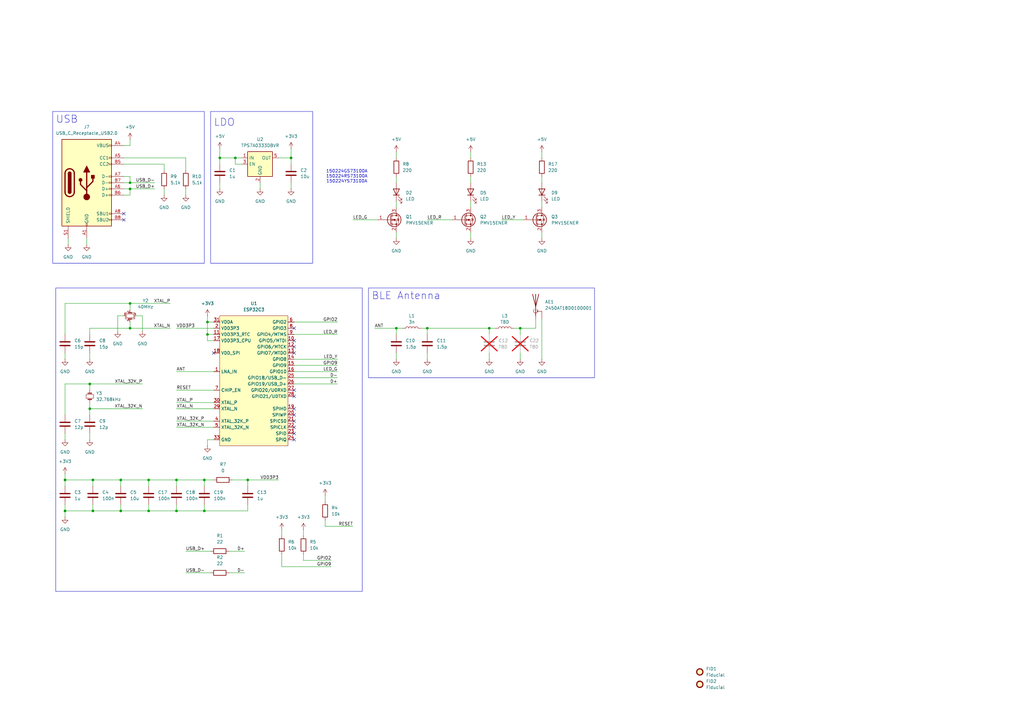
<source format=kicad_sch>
(kicad_sch (version 20250114) (generator "eeschema") (generator_version "9.0")
  (paper "A3")
  (lib_symbols
    (symbol "Connector:USB_C_Receptacle_USB2.0" (pin_names (offset 1.016))
      (property "Reference" "J" (at -10.16 19.05 0))
      (property "Value" "USB_C_Receptacle_USB2.0" (at 19.05 19.05 0))
      (symbol "USB_C_Receptacle_USB2.0_0_0"
        (rectangle (start -0.254 -17.78) (end 0.254 -16.764))
        (rectangle (start 10.16 15.494) (end 9.144 14.986))
        (rectangle (start 10.16 10.414) (end 9.144 9.906))
        (rectangle (start 10.16 7.874) (end 9.144 7.366))
        (rectangle (start 10.16 2.794) (end 9.144 2.286))
        (rectangle (start 10.16 0.254) (end 9.144 -0.254))
        (rectangle (start 10.16 -2.286) (end 9.144 -2.794))
        (rectangle (start 10.16 -4.826) (end 9.144 -5.334))
        (rectangle (start 10.16 -12.446) (end 9.144 -12.954))
        (rectangle (start 10.16 -14.986) (end 9.144 -15.494))
      )
      (symbol "USB_C_Receptacle_USB2.0_0_1"
        (rectangle (start -10.16 17.78) (end 10.16 -17.78) (stroke (width 0.254)) (fill (type background)))
        (polyline (pts (xy -8.89 -3.81) (xy -8.89 3.81)) (stroke (width 0.508)))
        (rectangle (start -7.62 -3.81) (end -6.35 3.81) (stroke (width 0.254)) (fill (type outline)))
        (arc (start -7.62 3.81) (mid -6.985 4.4423) (end -6.35 3.81) (stroke (width 0.254)))
        (arc (start -7.62 3.81) (mid -6.985 4.4423) (end -6.35 3.81) (stroke (width 0.254)) (fill (type outline)))
        (arc (start -8.89 3.81) (mid -6.985 5.7067) (end -5.08 3.81) (stroke (width 0.508)))
        (arc (start -5.08 -3.81) (mid -6.985 -5.7067) (end -8.89 -3.81) (stroke (width 0.508)))
        (arc (start -6.35 -3.81) (mid -6.985 -4.4423) (end -7.62 -3.81) (stroke (width 0.254)))
        (arc (start -6.35 -3.81) (mid -6.985 -4.4423) (end -7.62 -3.81) (stroke (width 0.254)) (fill (type outline)))
        (polyline (pts (xy -5.08 3.81) (xy -5.08 -3.81)) (stroke (width 0.508)))
        (circle (center -2.54 1.143) (radius 0.635) (stroke (width 0.254)) (fill (type outline)))
        (polyline (pts (xy -1.27 4.318) (xy 0 6.858) (xy 1.27 4.318) (xy -1.27 4.318)) (stroke (width 0.254)) (fill (type outline)))
        (polyline (pts (xy 0 -2.032) (xy 2.54 0.508) (xy 2.54 1.778)) (stroke (width 0.508)))
        (polyline (pts (xy 0 -3.302) (xy -2.54 -0.762) (xy -2.54 0.508)) (stroke (width 0.508)))
        (polyline (pts (xy 0 -5.842) (xy 0 4.318)) (stroke (width 0.508)))
        (circle (center 0 -5.842) (radius 1.27) (fill (type outline)))
        (rectangle (start 1.905 1.778) (end 3.175 3.048) (stroke (width 0.254)) (fill (type outline)))
      )
      (symbol "USB_C_Receptacle_USB2.0_1_1"
        (pin passive line (at -7.62 -22.86 90) (length 5.08) (name "SHIELD") (number "S1"))
        (pin passive line (at 0 -22.86 90) (length 5.08) (name "GND") (number "A1"))
        (pin passive line (at 0 -22.86 90) (length 5.08) (hide yes) (name "GND") (number "A12"))
        (pin passive line (at 0 -22.86 90) (length 5.08) (hide yes) (name "GND") (number "B1"))
        (pin passive line (at 0 -22.86 90) (length 5.08) (hide yes) (name "GND") (number "B12"))
        (pin passive line (at 15.24 15.24 180) (length 5.08) (name "VBUS") (number "A4"))
        (pin passive line (at 15.24 15.24 180) (length 5.08) (hide yes) (name "VBUS") (number "A9"))
        (pin passive line (at 15.24 15.24 180) (length 5.08) (hide yes) (name "VBUS") (number "B4"))
        (pin passive line (at 15.24 15.24 180) (length 5.08) (hide yes) (name "VBUS") (number "B9"))
        (pin bidirectional line (at 15.24 10.16 180) (length 5.08) (name "CC1") (number "A5"))
        (pin bidirectional line (at 15.24 7.62 180) (length 5.08) (name "CC2") (number "B5"))
        (pin bidirectional line (at 15.24 2.54 180) (length 5.08) (name "D-") (number "A7"))
        (pin bidirectional line (at 15.24 0 180) (length 5.08) (name "D-") (number "B7"))
        (pin bidirectional line (at 15.24 -2.54 180) (length 5.08) (name "D+") (number "A6"))
        (pin bidirectional line (at 15.24 -5.08 180) (length 5.08) (name "D+") (number "B6"))
        (pin bidirectional line (at 15.24 -12.7 180) (length 5.08) (name "SBU1") (number "A8"))
        (pin bidirectional line (at 15.24 -15.24 180) (length 5.08) (name "SBU2") (number "B8"))
      )
    )
    (symbol "Device:Antenna_Shield" (pin_numbers (hide yes)) (pin_names (offset 1.016) (hide yes))
      (property "Reference" "AE" (at -1.905 4.445 0))
      (property "Value" "Antenna_Shield" (at -1.905 2.54 0))
      (symbol "Antenna_Shield_0_1"
        (arc (start 0 -2.667) (mid -0.8485 -2.1032) (end -0.508 -1.143))
        (polyline (pts (xy 0 5.08) (xy 0 -3.81)) (stroke (width 0.254)))
        (polyline (pts (xy 0 -2.54) (xy 0 0)))
        (arc (start 0.508 -1.143) (mid 0.8046 -2.0885) (end 0 -2.667))
        (polyline (pts (xy 0.762 -1.905) (xy 2.54 -1.905)))
        (circle (center 0.762 -1.905) (radius 0.1778) (fill (type outline)))
        (polyline (pts (xy 1.27 5.08) (xy 0 0) (xy -1.27 5.08)) (stroke (width 0.254)))
        (polyline (pts (xy 2.54 -2.54) (xy 2.54 -1.905)))
      )
      (symbol "Antenna_Shield_1_1"
        (pin input line (at 0 -5.08 90) (length 2.54) (name "A") (number "1"))
        (pin input line (at 2.54 -5.08 90) (length 2.54) (name "Shield") (number "2"))
      )
    )
    (symbol "Device:C" (pin_numbers (hide yes)) (pin_names (offset 0.254))
      (property "Reference" "C" (at 0.635 2.54 0))
      (property "Value" "C" (at 0.635 -2.54 0))
      (symbol "C_0_1"
        (polyline (pts (xy -2.032 0.762) (xy 2.032 0.762)) (stroke (width 0.508)))
        (polyline (pts (xy -2.032 -0.762) (xy 2.032 -0.762)) (stroke (width 0.508)))
      )
      (symbol "C_1_1"
        (pin passive line (at 0 3.81 270) (length 2.794) (name "~") (number "1"))
        (pin passive line (at 0 -3.81 90) (length 2.794) (name "~") (number "2"))
      )
    )
    (symbol "Device:Crystal_GND24_Small" (pin_names (offset 1.016) (hide yes))
      (property "Reference" "Y" (at 1.27 4.445 0))
      (property "Value" "Crystal_GND24_Small" (at 1.27 2.54 0))
      (symbol "Crystal_GND24_Small_0_1"
        (polyline (pts (xy -1.27 1.27) (xy -1.27 1.905) (xy 1.27 1.905) (xy 1.27 1.27)))
        (polyline (pts (xy -1.27 -0.762) (xy -1.27 0.762)) (stroke (width 0.381)))
        (polyline (pts (xy -1.27 -1.27) (xy -1.27 -1.905) (xy 1.27 -1.905) (xy 1.27 -1.27)))
        (rectangle (start -0.762 -1.524) (end 0.762 1.524))
        (polyline (pts (xy 1.27 -0.762) (xy 1.27 0.762)) (stroke (width 0.381)))
      )
      (symbol "Crystal_GND24_Small_1_1"
        (pin passive line (at -2.54 0 0) (length 1.27) (name "1") (number "1"))
        (pin passive line (at 0 2.54 270) (length 0.635) (name "4") (number "4"))
        (pin passive line (at 0 -2.54 90) (length 0.635) (name "2") (number "2"))
        (pin passive line (at 2.54 0 180) (length 1.27) (name "3") (number "3"))
      )
    )
    (symbol "Device:Crystal_Small" (pin_numbers (hide yes)) (pin_names (offset 1.016) (hide yes))
      (property "Reference" "Y" (at 0 2.54 0))
      (property "Value" "Crystal_Small" (at 0 -2.54 0))
      (symbol "Crystal_Small_0_1"
        (polyline (pts (xy -1.27 -0.762) (xy -1.27 0.762)) (stroke (width 0.381)))
        (rectangle (start -0.762 -1.524) (end 0.762 1.524))
        (polyline (pts (xy 1.27 -0.762) (xy 1.27 0.762)) (stroke (width 0.381)))
      )
      (symbol "Crystal_Small_1_1"
        (pin passive line (at -2.54 0 0) (length 1.27) (name "1") (number "1"))
        (pin passive line (at 2.54 0 180) (length 1.27) (name "2") (number "2"))
      )
    )
    (symbol "Device:L" (pin_numbers (hide yes)) (pin_names (offset 1.016) (hide yes))
      (property "Reference" "L" (at -1.27 0 90))
      (property "Value" "L" (at 1.905 0 90))
      (symbol "L_0_1"
        (arc (start 0 2.54) (mid 0.6323 1.905) (end 0 1.27))
        (arc (start 0 1.27) (mid 0.6323 0.635) (end 0 0))
        (arc (start 0 0) (mid 0.6323 -0.635) (end 0 -1.27))
        (arc (start 0 -1.27) (mid 0.6323 -1.905) (end 0 -2.54))
      )
      (symbol "L_1_1"
        (pin passive line (at 0 3.81 270) (length 1.27) (name "1") (number "1"))
        (pin passive line (at 0 -3.81 90) (length 1.27) (name "2") (number "2"))
      )
    )
    (symbol "Device:LED" (pin_numbers (hide yes)) (pin_names (offset 1.016) (hide yes))
      (property "Reference" "D" (at 0 2.54 0))
      (property "Value" "LED" (at 0 -2.54 0))
      (symbol "LED_0_1"
        (polyline (pts (xy -3.048 -0.762) (xy -4.572 -2.286) (xy -3.81 -2.286) (xy -4.572 -2.286) (xy -4.572 -1.524)))
        (polyline (pts (xy -1.778 -0.762) (xy -3.302 -2.286) (xy -2.54 -2.286) (xy -3.302 -2.286) (xy -3.302 -1.524)))
        (polyline (pts (xy -1.27 0) (xy 1.27 0)))
        (polyline (pts (xy -1.27 -1.27) (xy -1.27 1.27)) (stroke (width 0.254)))
        (polyline (pts (xy 1.27 -1.27) (xy 1.27 1.27) (xy -1.27 0) (xy 1.27 -1.27)) (stroke (width 0.254)))
      )
      (symbol "LED_1_1"
        (pin passive line (at -3.81 0 0) (length 2.54) (name "K") (number "1"))
        (pin passive line (at 3.81 0 180) (length 2.54) (name "A") (number "2"))
      )
    )
    (symbol "Device:R" (pin_numbers (hide yes)) (pin_names (offset 0))
      (property "Reference" "R" (at 2.032 0 90))
      (property "Value" "R" (at 0 0 90))
      (symbol "R_0_1"
        (rectangle (start -1.016 -2.54) (end 1.016 2.54) (stroke (width 0.254)))
      )
      (symbol "R_1_1"
        (pin passive line (at 0 3.81 270) (length 1.27) (name "~") (number "1"))
        (pin passive line (at 0 -3.81 90) (length 1.27) (name "~") (number "2"))
      )
    )
    (symbol "Mechanical:Fiducial" (in_bom no)
      (property "Reference" "FID" (at 0 5.08 0))
      (property "Value" "Fiducial" (at 0 3.175 0))
      (symbol "Fiducial_0_1"
        (circle (center 0 0) (radius 1.27) (stroke (width 0.508)) (fill (type background)))
      )
    )
    (symbol "Regulator_Linear:TPS7A0508PDBV"
      (property "Reference" "U" (at -3.81 6.35 0))
      (property "Value" "TPS7A0508PDBV" (at 6.35 6.35 0))
      (symbol "TPS7A0508PDBV_0_1"
        (rectangle (start -5.08 -5.08) (end 5.08 5.08) (stroke (width 0.254)) (fill (type background)))
        (pin power_in line (at -7.62 2.54 0) (length 2.54) (name "IN") (number "1"))
        (pin input line (at -7.62 0 0) (length 2.54) (name "EN") (number "3"))
        (pin power_in line (at 0 -7.62 90) (length 2.54) (name "GND") (number "2"))
        (pin no_connect line (at 5.08 0 180) (length 2.54) (hide yes) (name "NC") (number "4"))
        (pin power_out line (at 7.62 2.54 180) (length 2.54) (name "OUT") (number "5"))
      )
    )
    (symbol "Transistor_FET:BSS138" (pin_names (hide yes))
      (property "Reference" "Q" (at 5.08 1.905 0))
      (property "Value" "BSS138" (at 5.08 0 0))
      (symbol "BSS138_0_1"
        (polyline (pts (xy 0.254 1.905) (xy 0.254 -1.905)) (stroke (width 0.254)))
        (polyline (pts (xy 0.254 0) (xy -2.54 0)))
        (polyline (pts (xy 0.762 2.286) (xy 0.762 1.27)) (stroke (width 0.254)))
        (polyline (pts (xy 0.762 0.508) (xy 0.762 -0.508)) (stroke (width 0.254)))
        (polyline (pts (xy 0.762 -1.27) (xy 0.762 -2.286)) (stroke (width 0.254)))
        (polyline (pts (xy 0.762 -1.778) (xy 3.302 -1.778) (xy 3.302 1.778) (xy 0.762 1.778)))
        (polyline (pts (xy 1.016 0) (xy 2.032 0.381) (xy 2.032 -0.381) (xy 1.016 0)) (fill (type outline)))
        (circle (center 1.651 0) (radius 2.794) (stroke (width 0.254)))
        (polyline (pts (xy 2.54 2.54) (xy 2.54 1.778)))
        (circle (center 2.54 1.778) (radius 0.254) (fill (type outline)))
        (circle (center 2.54 -1.778) (radius 0.254) (fill (type outline)))
        (polyline (pts (xy 2.54 -2.54) (xy 2.54 0) (xy 0.762 0)))
        (polyline (pts (xy 2.794 0.508) (xy 2.921 0.381) (xy 3.683 0.381) (xy 3.81 0.254)))
        (polyline (pts (xy 3.302 0.381) (xy 2.921 -0.254) (xy 3.683 -0.254) (xy 3.302 0.381)))
      )
      (symbol "BSS138_1_1"
        (pin input line (at -5.08 0 0) (length 2.54) (name "G") (number "1"))
        (pin passive line (at 2.54 5.08 270) (length 2.54) (name "D") (number "3"))
        (pin passive line (at 2.54 -5.08 90) (length 2.54) (name "S") (number "2"))
      )
    )
    (symbol "balto:ESP32C3"
      (property "Reference" "U" (at 0 27.94 0))
      (property "Value" "ESP32C3" (at 0 -27.94 0))
      (symbol "ESP32C3_0_0"
        (pin power_in line (at -16.51 24.13 0) (length 2.54) (name "VDDA") (number "31"))
        (pin power_in line (at -16.51 21.59 0) (length 2.54) (name "VDD3P3") (number "2"))
        (pin power_in line (at -16.51 19.05 0) (length 2.54) (name "VDD3P3_RTC") (number "11"))
        (pin power_in line (at -16.51 16.51 0) (length 2.54) (name "VDD3P3_CPU") (number "17"))
        (pin power_in line (at -16.51 11.43 0) (length 2.54) (name "VDD_SPI") (number "18"))
        (pin passive line (at -16.51 3.81 0) (length 2.54) (name "LNA_IN") (number "1"))
        (pin input line (at -16.51 -3.81 0) (length 2.54) (name "CHIP_EN") (number "7"))
        (pin passive line (at -16.51 -8.89 0) (length 2.54) (name "XTAL_P") (number "30"))
        (pin passive line (at -16.51 -11.43 0) (length 2.54) (name "XTAL_N") (number "29"))
        (pin passive line (at -16.51 -16.51 0) (length 2.54) (name "XTAL_32K_P") (number "4"))
        (pin passive line (at -16.51 -19.05 0) (length 2.54) (name "XTAL_32K_N") (number "5"))
        (pin bidirectional line (at 16.51 24.13 180) (length 2.54) (name "GPIO2") (number "6"))
        (pin bidirectional line (at 16.51 21.59 180) (length 2.54) (name "GPIO3") (number "8"))
        (pin bidirectional line (at 16.51 8.89 180) (length 2.54) (name "GPIO8") (number "14"))
        (pin bidirectional line (at 16.51 6.35 180) (length 2.54) (name "GPIO9") (number "15"))
        (pin bidirectional line (at 16.51 3.81 180) (length 2.54) (name "GPIO10") (number "16"))
        (pin bidirectional line (at 16.51 -11.43 180) (length 2.54) (name "SPIHD") (number "19"))
        (pin bidirectional line (at 16.51 -13.97 180) (length 2.54) (name "SPIWP") (number "20"))
        (pin bidirectional line (at 16.51 -16.51 180) (length 2.54) (name "SPICS0") (number "21"))
        (pin bidirectional line (at 16.51 -19.05 180) (length 2.54) (name "SPICLK") (number "22"))
        (pin bidirectional line (at 16.51 -21.59 180) (length 2.54) (name "SPID") (number "23"))
        (pin bidirectional line (at 16.51 -24.13 180) (length 2.54) (name "SPIQ") (number "24"))
      )
      (symbol "ESP32C3_1_0"
        (pin power_in line (at -16.51 24.13 0) (length 2.54) (hide yes) (name "VDDA") (number "32"))
        (pin power_in line (at -16.51 21.59 0) (length 2.54) (hide yes) (name "VDD3P3") (number "3"))
        (pin power_in line (at -16.51 -24.13 0) (length 2.54) (name "GND") (number "33"))
        (pin bidirectional line (at 16.51 19.05 180) (length 2.54) (name "GPIO4/MTMS") (number "9"))
        (pin bidirectional line (at 16.51 16.51 180) (length 2.54) (name "GPIO5/MTDI") (number "10"))
        (pin bidirectional line (at 16.51 13.97 180) (length 2.54) (name "GPIO6/MTCK") (number "12"))
        (pin bidirectional line (at 16.51 11.43 180) (length 2.54) (name "GPIO7/MTDO") (number "13"))
        (pin bidirectional line (at 16.51 1.27 180) (length 2.54) (name "GPIO18/USB_D-") (number "25"))
        (pin bidirectional line (at 16.51 -1.27 180) (length 2.54) (name "GPIO19/USB_D+") (number "26"))
        (pin bidirectional line (at 16.51 -3.81 180) (length 2.54) (name "GPIO20/U0RXD") (number "27"))
        (pin bidirectional line (at 16.51 -6.35 180) (length 2.54) (name "GPIO21/U0TXD") (number "28"))
      )
      (symbol "ESP32C3_1_1"
        (rectangle (start -13.97 26.67) (end 13.97 -26.67) (fill (type background)))
      )
    )
    (symbol "power:+3V3" (power) (pin_numbers (hide yes)) (pin_names (offset 0) (hide yes))
      (property "Value" "+3V3" (at 0 3.556 0))
      (symbol "+3V3_0_1"
        (polyline (pts (xy -0.762 1.27) (xy 0 2.54)))
        (polyline (pts (xy 0 2.54) (xy 0.762 1.27)))
        (polyline (pts (xy 0 0) (xy 0 2.54)))
      )
      (symbol "+3V3_1_1"
        (pin power_in line (at 0 0 90) (length 0) (name "~") (number "1"))
      )
    )
    (symbol "power:+5V" (power) (pin_numbers (hide yes)) (pin_names (offset 0) (hide yes))
      (property "Value" "+5V" (at 0 3.556 0))
      (symbol "+5V_0_1"
        (polyline (pts (xy -0.762 1.27) (xy 0 2.54)))
        (polyline (pts (xy 0 2.54) (xy 0.762 1.27)))
        (polyline (pts (xy 0 0) (xy 0 2.54)))
      )
      (symbol "+5V_1_1"
        (pin power_in line (at 0 0 90) (length 0) (name "~") (number "1"))
      )
    )
    (symbol "power:GND" (power) (pin_numbers (hide yes)) (pin_names (offset 0) (hide yes))
      (property "Value" "GND" (at 0 -3.81 0))
      (symbol "GND_0_1"
        (polyline (pts (xy 0 0) (xy 0 -1.27) (xy 1.27 -1.27) (xy 0 -2.54) (xy -1.27 -1.27) (xy 0 -1.27)))
      )
      (symbol "GND_1_1"
        (pin power_in line (at 0 0 270) (length 0) (name "~") (number "1"))
      )
    )
  )
  (rectangle (start 151.13 118.11) (end 243.84 154.94))
  (rectangle (start 21.59 45.72) (end 83.82 107.95))
  (rectangle (start 22.86 118.11) (end 148.59 242.57))
  (rectangle (start 86.36 45.72) (end 128.27 107.95))
  (text "USB" (at 22.86 50.8 0) (effects (font (size 3 3)) (justify left bottom)))
  (text "150224GS73100A\n150224RS73100A\n150224YS73100A" (at 142.24 72.39 0) (effects (font (size 1.27 1.27))))
  (text "BLE Antenna" (at 152.4 123.19 0) (effects (font (size 3 3)) (justify left bottom)))
  (text "LDO" (at 87.63 52.07 0) (effects (font (size 3 3)) (justify left bottom)))
  (junction (at 162.56 134.62))
  (junction (at 175.26 134.62))
  (junction (at 60.96 209.55))
  (junction (at 38.1 209.55))
  (junction (at 26.67 196.85))
  (junction (at 90.17 64.77))
  (junction (at 200.66 134.62))
  (junction (at 53.34 74.93))
  (junction (at 26.67 209.55))
  (junction (at 53.34 77.47))
  (junction (at 85.09 137.16))
  (junction (at 85.09 132.08))
  (junction (at 72.39 196.85))
  (junction (at 49.53 196.85))
  (junction (at 60.96 196.85))
  (junction (at 72.39 209.55))
  (junction (at 96.52 64.77))
  (junction (at 49.53 209.55))
  (junction (at 36.83 167.64))
  (junction (at 213.36 134.62))
  (junction (at 83.82 196.85))
  (junction (at 119.38 64.77))
  (junction (at 53.34 134.62))
  (junction (at 101.6 196.85))
  (junction (at 83.82 209.55))
  (junction (at 38.1 196.85))
  (junction (at 53.34 124.46))
  (junction (at 36.83 157.48))
  (no_connect (at 120.65 175.26))
  (no_connect (at 120.65 172.72))
  (no_connect (at 87.63 144.78))
  (no_connect (at 120.65 167.64))
  (no_connect (at 120.65 139.7))
  (no_connect (at 50.8 90.17))
  (no_connect (at 120.65 162.56))
  (no_connect (at 120.65 142.24))
  (no_connect (at 120.65 177.8))
  (no_connect (at 120.65 180.34))
  (no_connect (at 120.65 170.18))
  (no_connect (at 120.65 144.78))
  (no_connect (at 50.8 87.63))
  (no_connect (at 120.65 134.62))
  (no_connect (at 120.65 160.02))
  (wire (pts (xy 26.67 157.48) (xy 26.67 170.18)))
  (wire (pts (xy 115.57 217.17) (xy 115.57 219.71)))
  (wire (pts (xy 193.04 82.55) (xy 193.04 85.09)))
  (wire (pts (xy 50.8 80.01) (xy 53.34 80.01)))
  (wire (pts (xy 162.56 95.25) (xy 162.56 97.79)))
  (wire (pts (xy 72.39 207.01) (xy 72.39 209.55)))
  (wire (pts (xy 99.06 67.31) (xy 96.52 67.31)))
  (wire (pts (xy 87.63 137.16) (xy 85.09 137.16)))
  (wire (pts (xy 72.39 172.72) (xy 87.63 172.72)))
  (wire (pts (xy 76.2 226.06) (xy 86.36 226.06)))
  (wire (pts (xy 133.35 203.2) (xy 133.35 205.74)))
  (wire (pts (xy 106.68 74.93) (xy 106.68 77.47)))
  (wire (pts (xy 120.65 152.4) (xy 138.43 152.4)))
  (wire (pts (xy 72.39 160.02) (xy 87.63 160.02)))
  (wire (pts (xy 72.39 134.62) (xy 87.63 134.62)))
  (wire (pts (xy 38.1 196.85) (xy 26.67 196.85)))
  (wire (pts (xy 133.35 215.9) (xy 144.78 215.9)))
  (wire (pts (xy 26.67 194.31) (xy 26.67 196.85)))
  (wire (pts (xy 53.34 124.46) (xy 26.67 124.46)))
  (wire (pts (xy 85.09 139.7) (xy 87.63 139.7)))
  (wire (pts (xy 49.53 196.85) (xy 38.1 196.85)))
  (wire (pts (xy 124.46 229.87) (xy 135.89 229.87)))
  (wire (pts (xy 72.39 175.26) (xy 87.63 175.26)))
  (wire (pts (xy 213.36 134.62) (xy 213.36 137.16)))
  (wire (pts (xy 210.82 134.62) (xy 213.36 134.62)))
  (wire (pts (xy 38.1 209.55) (xy 26.67 209.55)))
  (wire (pts (xy 53.34 134.62) (xy 69.85 134.62)))
  (wire (pts (xy 93.98 226.06) (xy 100.33 226.06)))
  (wire (pts (xy 222.25 95.25) (xy 222.25 97.79)))
  (wire (pts (xy 120.65 157.48) (xy 138.43 157.48)))
  (wire (pts (xy 72.39 152.4) (xy 87.63 152.4)))
  (wire (pts (xy 124.46 227.33) (xy 124.46 229.87)))
  (wire (pts (xy 101.6 196.85) (xy 101.6 199.39)))
  (wire (pts (xy 193.04 95.25) (xy 193.04 97.79)))
  (wire (pts (xy 162.56 134.62) (xy 165.1 134.62)))
  (wire (pts (xy 72.39 209.55) (xy 83.82 209.55)))
  (wire (pts (xy 60.96 209.55) (xy 72.39 209.55)))
  (wire (pts (xy 95.25 196.85) (xy 101.6 196.85)))
  (wire (pts (xy 219.71 130.81) (xy 219.71 134.62)))
  (wire (pts (xy 83.82 196.85) (xy 87.63 196.85)))
  (wire (pts (xy 119.38 64.77) (xy 119.38 67.31)))
  (wire (pts (xy 144.78 90.17) (xy 154.94 90.17)))
  (wire (pts (xy 153.67 134.62) (xy 162.56 134.62)))
  (wire (pts (xy 53.34 74.93) (xy 63.5 74.93)))
  (wire (pts (xy 50.8 129.54) (xy 48.26 129.54)))
  (wire (pts (xy 49.53 209.55) (xy 38.1 209.55)))
  (wire (pts (xy 205.74 90.17) (xy 214.63 90.17)))
  (wire (pts (xy 124.46 217.17) (xy 124.46 219.71)))
  (wire (pts (xy 50.8 67.31) (xy 67.31 67.31)))
  (wire (pts (xy 76.2 234.95) (xy 86.36 234.95)))
  (wire (pts (xy 90.17 64.77) (xy 90.17 60.96)))
  (wire (pts (xy 96.52 64.77) (xy 90.17 64.77)))
  (wire (pts (xy 193.04 62.23) (xy 193.04 64.77)))
  (wire (pts (xy 36.83 177.8) (xy 36.83 180.34)))
  (wire (pts (xy 36.83 157.48) (xy 58.42 157.48)))
  (wire (pts (xy 222.25 130.81) (xy 222.25 147.32)))
  (wire (pts (xy 49.53 207.01) (xy 49.53 209.55)))
  (wire (pts (xy 200.66 134.62) (xy 200.66 137.16)))
  (wire (pts (xy 72.39 196.85) (xy 72.39 199.39)))
  (wire (pts (xy 49.53 196.85) (xy 60.96 196.85)))
  (wire (pts (xy 162.56 137.16) (xy 162.56 134.62)))
  (wire (pts (xy 50.8 77.47) (xy 53.34 77.47)))
  (wire (pts (xy 53.34 134.62) (xy 53.34 132.08)))
  (wire (pts (xy 90.17 64.77) (xy 90.17 67.31)))
  (wire (pts (xy 26.67 177.8) (xy 26.67 180.34)))
  (wire (pts (xy 119.38 60.96) (xy 119.38 64.77)))
  (wire (pts (xy 36.83 157.48) (xy 26.67 157.48)))
  (wire (pts (xy 175.26 134.62) (xy 200.66 134.62)))
  (wire (pts (xy 135.89 232.41) (xy 115.57 232.41)))
  (wire (pts (xy 76.2 64.77) (xy 76.2 69.85)))
  (wire (pts (xy 101.6 196.85) (xy 114.3 196.85)))
  (wire (pts (xy 53.34 59.69) (xy 53.34 57.15)))
  (wire (pts (xy 35.56 97.79) (xy 35.56 100.33)))
  (wire (pts (xy 85.09 137.16) (xy 85.09 139.7)))
  (wire (pts (xy 36.83 165.1) (xy 36.83 167.64)))
  (wire (pts (xy 85.09 132.08) (xy 87.63 132.08)))
  (wire (pts (xy 55.88 129.54) (xy 58.42 129.54)))
  (wire (pts (xy 93.98 234.95) (xy 100.33 234.95)))
  (wire (pts (xy 67.31 67.31) (xy 67.31 69.85)))
  (wire (pts (xy 38.1 207.01) (xy 38.1 209.55)))
  (wire (pts (xy 38.1 196.85) (xy 38.1 199.39)))
  (wire (pts (xy 120.65 154.94) (xy 138.43 154.94)))
  (wire (pts (xy 53.34 72.39) (xy 53.34 74.93)))
  (wire (pts (xy 213.36 144.78) (xy 213.36 147.32)))
  (wire (pts (xy 96.52 64.77) (xy 99.06 64.77)))
  (wire (pts (xy 213.36 134.62) (xy 219.71 134.62)))
  (wire (pts (xy 172.72 134.62) (xy 175.26 134.62)))
  (wire (pts (xy 203.2 134.62) (xy 200.66 134.62)))
  (wire (pts (xy 36.83 160.02) (xy 36.83 157.48)))
  (wire (pts (xy 26.67 209.55) (xy 26.67 212.09)))
  (wire (pts (xy 53.34 77.47) (xy 63.5 77.47)))
  (wire (pts (xy 175.26 90.17) (xy 185.42 90.17)))
  (wire (pts (xy 222.25 72.39) (xy 222.25 74.93)))
  (wire (pts (xy 72.39 165.1) (xy 87.63 165.1)))
  (wire (pts (xy 26.67 196.85) (xy 26.67 199.39)))
  (wire (pts (xy 36.83 144.78) (xy 36.83 147.32)))
  (wire (pts (xy 72.39 167.64) (xy 87.63 167.64)))
  (wire (pts (xy 193.04 72.39) (xy 193.04 74.93)))
  (wire (pts (xy 83.82 207.01) (xy 83.82 209.55)))
  (wire (pts (xy 53.34 124.46) (xy 69.85 124.46)))
  (wire (pts (xy 67.31 77.47) (xy 67.31 80.01)))
  (wire (pts (xy 76.2 77.47) (xy 76.2 80.01)))
  (wire (pts (xy 60.96 196.85) (xy 72.39 196.85)))
  (wire (pts (xy 85.09 182.88) (xy 85.09 180.34)))
  (wire (pts (xy 162.56 82.55) (xy 162.56 85.09)))
  (wire (pts (xy 27.94 97.79) (xy 27.94 100.33)))
  (wire (pts (xy 72.39 196.85) (xy 83.82 196.85)))
  (wire (pts (xy 120.65 149.86) (xy 138.43 149.86)))
  (wire (pts (xy 60.96 196.85) (xy 60.96 199.39)))
  (wire (pts (xy 114.3 64.77) (xy 119.38 64.77)))
  (wire (pts (xy 26.67 124.46) (xy 26.67 137.16)))
  (wire (pts (xy 49.53 199.39) (xy 49.53 196.85)))
  (wire (pts (xy 200.66 144.78) (xy 200.66 147.32)))
  (wire (pts (xy 96.52 64.77) (xy 96.52 67.31)))
  (wire (pts (xy 36.83 134.62) (xy 36.83 137.16)))
  (wire (pts (xy 85.09 180.34) (xy 87.63 180.34)))
  (wire (pts (xy 101.6 209.55) (xy 101.6 207.01)))
  (wire (pts (xy 50.8 59.69) (xy 53.34 59.69)))
  (wire (pts (xy 85.09 129.54) (xy 85.09 132.08)))
  (wire (pts (xy 26.67 207.01) (xy 26.67 209.55)))
  (wire (pts (xy 50.8 74.93) (xy 53.34 74.93)))
  (wire (pts (xy 60.96 207.01) (xy 60.96 209.55)))
  (wire (pts (xy 83.82 209.55) (xy 101.6 209.55)))
  (wire (pts (xy 119.38 74.93) (xy 119.38 77.47)))
  (wire (pts (xy 53.34 80.01) (xy 53.34 77.47)))
  (wire (pts (xy 222.25 82.55) (xy 222.25 85.09)))
  (wire (pts (xy 222.25 64.77) (xy 222.25 62.23)))
  (wire (pts (xy 120.65 147.32) (xy 138.43 147.32)))
  (wire (pts (xy 50.8 64.77) (xy 76.2 64.77)))
  (wire (pts (xy 175.26 144.78) (xy 175.26 147.32)))
  (wire (pts (xy 36.83 167.64) (xy 36.83 170.18)))
  (wire (pts (xy 162.56 72.39) (xy 162.56 74.93)))
  (wire (pts (xy 53.34 134.62) (xy 36.83 134.62)))
  (wire (pts (xy 48.26 129.54) (xy 48.26 135.89)))
  (wire (pts (xy 90.17 74.93) (xy 90.17 77.47)))
  (wire (pts (xy 49.53 209.55) (xy 60.96 209.55)))
  (wire (pts (xy 162.56 144.78) (xy 162.56 147.32)))
  (wire (pts (xy 162.56 62.23) (xy 162.56 64.77)))
  (wire (pts (xy 26.67 144.78) (xy 26.67 147.32)))
  (wire (pts (xy 120.65 137.16) (xy 138.43 137.16)))
  (wire (pts (xy 85.09 132.08) (xy 85.09 137.16)))
  (wire (pts (xy 133.35 213.36) (xy 133.35 215.9)))
  (wire (pts (xy 115.57 232.41) (xy 115.57 227.33)))
  (wire (pts (xy 58.42 129.54) (xy 58.42 135.89)))
  (wire (pts (xy 175.26 134.62) (xy 175.26 137.16)))
  (wire (pts (xy 83.82 196.85) (xy 83.82 199.39)))
  (wire (pts (xy 53.34 124.46) (xy 53.34 127)))
  (wire (pts (xy 50.8 72.39) (xy 53.34 72.39)))
  (wire (pts (xy 36.83 167.64) (xy 58.42 167.64)))
  (wire (pts (xy 120.65 132.08) (xy 138.43 132.08)))
  (label "USB_D-" (at 76.2 234.95 0))
  (label "XTAL_32K_N" (at 58.42 167.64 180))
  (label "XTAL_32K_P" (at 72.39 172.72 0))
  (label "LED_R" (at 138.43 137.16 180))
  (label "GPIO2" (at 138.43 132.08 180))
  (label "XTAL_P" (at 69.85 124.46 180))
  (label "XTAL_P" (at 72.39 165.1 0))
  (label "LED_G" (at 138.43 152.4 180))
  (label "LED_Y" (at 138.43 147.32 180))
  (label "USB_D+" (at 76.2 226.06 0))
  (label "VDD3P3" (at 72.39 134.62 0))
  (label "D+" (at 100.33 226.06 180))
  (label "GPIO2" (at 135.89 229.87 180))
  (label "XTAL_32K_N" (at 72.39 175.26 0))
  (label "RESET" (at 72.39 160.02 0))
  (label "D-" (at 138.43 154.94 180))
  (label "ANT" (at 153.67 134.62 0))
  (label "XTAL_N" (at 69.85 134.62 180))
  (label "USB_D+" (at 63.5 77.47 180))
  (label "D-" (at 100.33 234.95 180))
  (label "XTAL_32K_P" (at 58.42 157.48 180))
  (label "LED_G" (at 144.78 90.17 0))
  (label "D+" (at 138.43 157.48 180))
  (label "XTAL_N" (at 72.39 167.64 0))
  (label "LED_Y" (at 205.74 90.17 0))
  (label "VDD3P3" (at 114.3 196.85 180))
  (label "GPIO9" (at 135.89 232.41 180))
  (label "GPIO9" (at 138.43 149.86 180))
  (label "ANT" (at 72.39 152.4 0))
  (label "USB_D-" (at 63.5 74.93 180))
  (label "RESET" (at 144.78 215.9 180))
  (label "LED_R" (at 175.26 90.17 0))
  (symbol (lib_id "power:GND") (at 222.25 97.79 0) (unit 1)
    (property "Reference" "#PWR03" (effects (hide yes)))
    (property "Value" "GND" (at 222.25 102.87 0))
    (property "Description" "Power symbol creates a global label with name \"GND\" , ground" (effects (hide yes)))
  )
  (symbol (lib_id "Device:Antenna_Shield") (at 219.71 125.73 0) (unit 1)
    (property "Reference" "AE1" (at 223.52 123.825 0) (effects (justify left)))
    (property "Value" "2450AT18D0100001" (at 223.52 126.365 0) (effects (justify left)))
    (property "Footprint" "balto:2450AT18D0100001-R" (effects (hide yes)))
  )
  (symbol (lib_id "Transistor_FET:BSS138") (at 190.5 90.17 0) (unit 1)
    (property "Reference" "Q2" (at 196.85 88.8999 0) (effects (justify left)))
    (property "Value" "PMV15ENER" (at 196.85 91.4399 0) (effects (justify left)))
    (property "Footprint" "Package_TO_SOT_SMD:SOT-23" (effects (hide yes)))
    (property "Datasheet" "https://www.onsemi.com/pub/Collateral/BSS138-D.PDF" (effects (hide yes)))
    (property "Description" "50V Vds, 0.22A Id, N-Channel MOSFET, SOT-23" (effects (hide yes)))
  )
  (symbol (lib_id "Device:R") (at 222.25 68.58 0) (unit 1)
    (property "Reference" "R17" (at 224.79 67.3099 0) (effects (justify left)))
    (property "Value" "220" (at 224.79 69.8499 0) (effects (justify left)))
    (property "Footprint" "balto:R_0402_Worthington" (effects (hide yes)))
  )
  (symbol (lib_id "power:GND") (at 193.04 97.79 0) (unit 1)
    (property "Reference" "#PWR02" (effects (hide yes)))
    (property "Value" "GND" (at 193.04 102.87 0))
    (property "Description" "Power symbol creates a global label with name \"GND\" , ground" (effects (hide yes)))
  )
  (symbol (lib_id "Device:C") (at 162.56 140.97 0) (unit 1)
    (property "Reference" "C10" (at 166.37 139.6999 0) (effects (justify left)))
    (property "Value" "1.5p" (at 166.37 142.2399 0) (effects (justify left)))
    (property "Footprint" "balto:C_0402_Worthington" (effects (hide yes)))
  )
  (symbol (lib_id "Device:C") (at 119.38 71.12 0) (unit 1)
    (property "Reference" "C2" (at 123.19 69.85 0) (effects (justify left)))
    (property "Value" "10u" (at 123.19 72.39 0) (effects (justify left)))
    (property "Footprint" "balto:C_0402_Worthington" (effects (hide yes)))
  )
  (symbol (lib_id "power:GND") (at 85.09 182.88 0) (unit 1)
    (property "Reference" "#PWR043" (effects (hide yes)))
    (property "Value" "GND" (at 85.09 187.96 0))
    (property "Description" "Power symbol creates a global label with name \"GND\" , ground" (effects (hide yes)))
  )
  (symbol (lib_id "balto:ESP32C3") (at 104.14 156.21 0) (unit 1)
    (property "Reference" "U1" (at 104.14 124.46 0))
    (property "Value" "ESP32C3" (at 104.14 127 0))
    (property "Footprint" "Package_DFN_QFN:QFN-32-1EP_5x5mm_P0.5mm_EP3.7x3.7mm" (effects (hide yes)))
  )
  (symbol (lib_id "Device:L") (at 168.91 134.62 90) (unit 1)
    (property "Reference" "L1" (at 168.91 129.54 90))
    (property "Value" "3n" (at 168.91 132.08 90))
    (property "Footprint" "balto:L_0402_Worthington" (effects (hide yes)))
  )
  (symbol (lib_id "power:+5V") (at 222.25 62.23 0) (mirror y) (unit 1)
    (property "Reference" "#PWR026" (effects (hide yes)))
    (property "Value" "+5V" (at 222.25 57.15 0))
    (property "Description" "Power symbol creates a global label with name \"+5V\"" (effects (hide yes)))
  )
  (symbol (lib_id "power:GND") (at 36.83 180.34 0) (unit 1)
    (property "Reference" "#PWR016" (effects (hide yes)))
    (property "Value" "GND" (at 36.83 185.42 0))
    (property "Description" "Power symbol creates a global label with name \"GND\" , ground" (effects (hide yes)))
  )
  (symbol (lib_id "Device:C") (at 200.66 140.97 0) (unit 1) (dnp yes)
    (property "Reference" "C12" (at 204.47 139.6999 0) (effects (justify left)))
    (property "Value" "TBD" (at 204.47 142.2399 0) (effects (justify left)))
    (property "Footprint" "balto:C_0402_Worthington" (effects (hide yes)))
  )
  (symbol (lib_id "power:GND") (at 213.36 147.32 0) (unit 1)
    (property "Reference" "#PWR022" (effects (hide yes)))
    (property "Value" "GND" (at 213.36 152.4 0))
    (property "Description" "Power symbol creates a global label with name \"GND\" , ground" (effects (hide yes)))
  )
  (symbol (lib_id "Device:L") (at 207.01 134.62 270) (mirror x) (unit 1)
    (property "Reference" "L3" (at 207.01 129.54 90))
    (property "Value" "TBD" (at 207.01 132.08 90))
    (property "Footprint" "balto:L_0402_Worthington" (effects (hide yes)))
  )
  (symbol (lib_id "Mechanical:Fiducial") (at 287.02 275.59 0) (unit 1) (in_bom no)
    (property "Reference" "FID1" (at 289.56 274.3199 0) (effects (justify left)))
    (property "Value" "Fiducial" (at 289.56 276.8599 0) (effects (justify left)))
    (property "Footprint" "Fiducial:Fiducial_0.75mm_Mask1.5mm" (effects (hide yes)))
    (property "Description" "Fiducial Marker" (effects (hide yes)))
  )
  (symbol (lib_id "power:+5V") (at 53.34 57.15 0) (mirror y) (unit 1)
    (property "Reference" "#PWR048" (effects (hide yes)))
    (property "Value" "+5V" (at 53.34 52.07 0))
    (property "Description" "Power symbol creates a global label with name \"+5V\"" (effects (hide yes)))
  )
  (symbol (lib_id "Device:C") (at 90.17 71.12 0) (unit 1)
    (property "Reference" "C1" (at 93.98 69.85 0) (effects (justify left)))
    (property "Value" "1u" (at 93.98 72.39 0) (effects (justify left)))
    (property "Footprint" "balto:C_0402_Worthington" (effects (hide yes)))
  )
  (symbol (lib_id "power:+3V3") (at 115.57 217.17 0) (unit 1)
    (property "Reference" "#PWR05" (effects (hide yes)))
    (property "Value" "+3V3" (at 115.57 212.09 0))
    (property "Description" "Power symbol creates a global label with name \"+3V3\"" (effects (hide yes)))
  )
  (symbol (lib_id "power:GND") (at 200.66 147.32 0) (unit 1)
    (property "Reference" "#PWR021" (effects (hide yes)))
    (property "Value" "GND" (at 200.66 152.4 0))
    (property "Description" "Power symbol creates a global label with name \"GND\" , ground" (effects (hide yes)))
  )
  (symbol (lib_id "power:GND") (at 26.67 180.34 0) (unit 1)
    (property "Reference" "#PWR014" (effects (hide yes)))
    (property "Value" "GND" (at 26.67 185.42 0))
    (property "Description" "Power symbol creates a global label with name \"GND\" , ground" (effects (hide yes)))
  )
  (symbol (lib_id "power:GND") (at 222.25 147.32 0) (unit 1)
    (property "Reference" "#PWR052" (effects (hide yes)))
    (property "Value" "GND" (at 222.25 152.4 0))
    (property "Description" "Power symbol creates a global label with name \"GND\" , ground" (effects (hide yes)))
  )
  (symbol (lib_id "power:GND") (at 162.56 97.79 0) (unit 1)
    (property "Reference" "#PWR01" (effects (hide yes)))
    (property "Value" "GND" (at 162.56 102.87 0))
    (property "Description" "Power symbol creates a global label with name \"GND\" , ground" (effects (hide yes)))
  )
  (symbol (lib_id "Device:C") (at 60.96 203.2 0) (unit 1)
    (property "Reference" "C17" (at 64.77 201.93 0) (effects (justify left)))
    (property "Value" "100n" (at 64.77 204.47 0) (effects (justify left)))
    (property "Footprint" "balto:C_0402_Worthington" (effects (hide yes)))
  )
  (symbol (lib_id "Device:R") (at 115.57 223.52 0) (unit 1)
    (property "Reference" "R6" (at 118.11 222.25 0) (effects (justify left)))
    (property "Value" "10k" (at 118.11 224.79 0) (effects (justify left)))
    (property "Footprint" "balto:R_0402_Worthington" (effects (hide yes)))
  )
  (symbol (lib_id "Device:Crystal_GND24_Small") (at 53.34 129.54 270) (unit 1)
    (property "Reference" "Y2" (at 59.69 123.3103 90))
    (property "Value" "40MHz" (at 59.69 125.8503 90))
    (property "Footprint" "Crystal:Crystal_SMD_2016-4Pin_2.0x1.6mm" (effects (hide yes)))
  )
  (symbol (lib_id "power:GND") (at 58.42 135.89 0) (unit 1)
    (property "Reference" "#PWR018" (effects (hide yes)))
    (property "Value" "GND" (at 58.42 140.97 0))
    (property "Description" "Power symbol creates a global label with name \"GND\" , ground" (effects (hide yes)))
  )
  (symbol (lib_id "Device:C") (at 26.67 140.97 0) (unit 1)
    (property "Reference" "C6" (at 30.48 139.6999 0) (effects (justify left)))
    (property "Value" "15p" (at 30.48 142.2399 0) (effects (justify left)))
    (property "Footprint" "balto:C_0402_Worthington" (effects (hide yes)))
  )
  (symbol (lib_id "power:+5V") (at 193.04 62.23 0) (mirror y) (unit 1)
    (property "Reference" "#PWR025" (effects (hide yes)))
    (property "Value" "+5V" (at 193.04 57.15 0))
    (property "Description" "Power symbol creates a global label with name \"+5V\"" (effects (hide yes)))
  )
  (symbol (lib_id "Device:R") (at 162.56 68.58 0) (unit 1)
    (property "Reference" "R8" (at 165.1 67.3099 0) (effects (justify left)))
    (property "Value" "220" (at 165.1 69.8499 0) (effects (justify left)))
    (property "Footprint" "balto:R_0402_Worthington" (effects (hide yes)))
  )
  (symbol (lib_id "Device:C") (at 49.53 203.2 0) (unit 1)
    (property "Reference" "C5" (at 53.34 201.9299 0) (effects (justify left)))
    (property "Value" "10u" (at 53.34 204.4699 0) (effects (justify left)))
    (property "Footprint" "balto:C_0402_Worthington" (effects (hide yes)))
  )
  (symbol (lib_id "Device:C") (at 36.83 140.97 0) (unit 1)
    (property "Reference" "C8" (at 40.64 139.6999 0) (effects (justify left)))
    (property "Value" "15p" (at 40.64 142.2399 0) (effects (justify left)))
    (property "Footprint" "balto:C_0402_Worthington" (effects (hide yes)))
  )
  (symbol (lib_id "Device:R") (at 133.35 209.55 0) (unit 1)
    (property "Reference" "R4" (at 135.89 208.28 0) (effects (justify left)))
    (property "Value" "10k" (at 135.89 210.82 0) (effects (justify left)))
    (property "Footprint" "balto:R_0402_Worthington" (effects (hide yes)))
  )
  (symbol (lib_id "Device:R") (at 124.46 223.52 0) (unit 1)
    (property "Reference" "R5" (at 127 222.25 0) (effects (justify left)))
    (property "Value" "10k" (at 127 224.79 0) (effects (justify left)))
    (property "Footprint" "balto:R_0402_Worthington" (effects (hide yes)))
  )
  (symbol (lib_id "power:GND") (at 76.2 80.01 0) (mirror y) (unit 1)
    (property "Reference" "#PWR050" (effects (hide yes)))
    (property "Value" "GND" (at 76.2 85.09 0))
    (property "Description" "Power symbol creates a global label with name \"GND\" , ground" (effects (hide yes)))
  )
  (symbol (lib_id "power:GND") (at 175.26 147.32 0) (unit 1)
    (property "Reference" "#PWR020" (effects (hide yes)))
    (property "Value" "GND" (at 175.26 152.4 0))
    (property "Description" "Power symbol creates a global label with name \"GND\" , ground" (effects (hide yes)))
  )
  (symbol (lib_id "power:+3V3") (at 133.35 203.2 0) (unit 1)
    (property "Reference" "#PWR024" (effects (hide yes)))
    (property "Value" "+3V3" (at 133.35 198.12 0))
    (property "Description" "Power symbol creates a global label with name \"+3V3\"" (effects (hide yes)))
  )
  (symbol (lib_id "power:GND") (at 26.67 212.09 0) (unit 1)
    (property "Reference" "#PWR012" (effects (hide yes)))
    (property "Value" "GND" (at 26.67 217.17 0))
    (property "Description" "Power symbol creates a global label with name \"GND\" , ground" (effects (hide yes)))
  )
  (symbol (lib_id "Device:LED") (at 222.25 78.74 90) (unit 1)
    (property "Reference" "D9" (at 226.06 79.0574 90) (effects (justify right)))
    (property "Value" "LED" (at 226.06 81.5974 90) (effects (justify right)))
    (property "Footprint" "balto:Wurth_LED_2214" (effects (hide yes)))
    (property "Description" "Light emitting diode" (effects (hide yes)))
  )
  (symbol (lib_id "Connector:USB_C_Receptacle_USB2.0") (at 35.56 74.93 0) (unit 1)
    (property "Reference" "J7" (at 35.56 52.07 0))
    (property "Value" "USB_C_Receptacle_USB2.0" (at 35.56 54.61 0))
    (property "Footprint" "Connector_USB:USB_C_Receptacle_JAE_DX07S016JA1R1500" (effects (hide yes)))
    (property "Datasheet" "https://www.usb.org/sites/default/files/documents/usb_type-c.zip" (effects (hide yes)))
  )
  (symbol (lib_id "Device:C") (at 83.82 203.2 0) (unit 1)
    (property "Reference" "C19" (at 87.63 201.93 0) (effects (justify left)))
    (property "Value" "100n" (at 87.63 204.47 0) (effects (justify left)))
    (property "Footprint" "balto:C_0402_Worthington" (effects (hide yes)))
  )
  (symbol (lib_id "Device:C") (at 36.83 173.99 0) (unit 1)
    (property "Reference" "C9" (at 40.64 172.72 0) (effects (justify left)))
    (property "Value" "12p" (at 40.64 175.26 0) (effects (justify left)))
    (property "Footprint" "balto:C_0402_Worthington" (effects (hide yes)))
  )
  (symbol (lib_id "Device:LED") (at 193.04 78.74 90) (unit 1)
    (property "Reference" "D5" (at 196.85 79.0574 90) (effects (justify right)))
    (property "Value" "LED" (at 196.85 81.5974 90) (effects (justify right)))
    (property "Footprint" "balto:Wurth_LED_2214" (effects (hide yes)))
    (property "Description" "Light emitting diode" (effects (hide yes)))
  )
  (symbol (lib_id "power:GND") (at 67.31 80.01 0) (unit 1)
    (property "Reference" "#PWR049" (effects (hide yes)))
    (property "Value" "GND" (at 67.31 85.09 0))
    (property "Description" "Power symbol creates a global label with name \"GND\" , ground" (effects (hide yes)))
  )
  (symbol (lib_id "Device:C") (at 26.67 203.2 0) (unit 1)
    (property "Reference" "C3" (at 30.48 201.9299 0) (effects (justify left)))
    (property "Value" "1u" (at 30.48 204.4699 0) (effects (justify left)))
    (property "Footprint" "balto:C_0402_Worthington" (effects (hide yes)))
  )
  (symbol (lib_id "Device:R") (at 90.17 226.06 90) (unit 1)
    (property "Reference" "R1" (at 90.17 219.71 90))
    (property "Value" "22" (at 90.17 222.25 90))
    (property "Footprint" "Resistor_SMD:R_0603_1608Metric" (effects (hide yes)))
  )
  (symbol (lib_id "Device:R") (at 67.31 73.66 0) (unit 1)
    (property "Reference" "R9" (at 69.85 72.39 0) (effects (justify left)))
    (property "Value" "5.1k" (at 69.85 74.93 0) (effects (justify left)))
    (property "Footprint" "balto:R_0402_Worthington" (effects (hide yes)))
  )
  (symbol (lib_id "power:GND") (at 90.17 77.47 0) (unit 1)
    (property "Reference" "#PWR07" (effects (hide yes)))
    (property "Value" "GND" (at 90.17 82.55 0))
    (property "Description" "Power symbol creates a global label with name \"GND\" , ground" (effects (hide yes)))
  )
  (symbol (lib_id "Device:LED") (at 162.56 78.74 90) (unit 1)
    (property "Reference" "D2" (at 166.37 79.0574 90) (effects (justify right)))
    (property "Value" "LED" (at 166.37 81.5974 90) (effects (justify right)))
    (property "Footprint" "balto:Wurth_LED_2214" (effects (hide yes)))
    (property "Description" "Light emitting diode" (effects (hide yes)))
  )
  (symbol (lib_id "power:GND") (at 162.56 147.32 0) (unit 1)
    (property "Reference" "#PWR019" (effects (hide yes)))
    (property "Value" "GND" (at 162.56 152.4 0))
    (property "Description" "Power symbol creates a global label with name \"GND\" , ground" (effects (hide yes)))
  )
  (symbol (lib_id "Transistor_FET:BSS138") (at 160.02 90.17 0) (unit 1)
    (property "Reference" "Q1" (at 166.37 88.8999 0) (effects (justify left)))
    (property "Value" "PMV15ENER" (at 166.37 91.4399 0) (effects (justify left)))
    (property "Footprint" "Package_TO_SOT_SMD:SOT-23" (effects (hide yes)))
    (property "Datasheet" "https://www.onsemi.com/pub/Collateral/BSS138-D.PDF" (effects (hide yes)))
    (property "Description" "50V Vds, 0.22A Id, N-Channel MOSFET, SOT-23" (effects (hide yes)))
  )
  (symbol (lib_id "power:+5V") (at 90.17 60.96 0) (mirror y) (unit 1)
    (property "Reference" "#PWR06" (effects (hide yes)))
    (property "Value" "+5V" (at 90.17 55.88 0))
    (property "Description" "Power symbol creates a global label with name \"+5V\"" (effects (hide yes)))
  )
  (symbol (lib_id "Device:C") (at 213.36 140.97 0) (unit 1) (dnp yes)
    (property "Reference" "C22" (at 217.17 139.7 0) (effects (justify left)))
    (property "Value" "TBD" (at 217.17 142.24 0) (effects (justify left)))
    (property "Footprint" "balto:C_0402_Worthington" (effects (hide yes)))
  )
  (symbol (lib_id "power:GND") (at 106.68 77.47 0) (unit 1)
    (property "Reference" "#PWR08" (effects (hide yes)))
    (property "Value" "GND" (at 106.68 82.55 0))
    (property "Description" "Power symbol creates a global label with name \"GND\" , ground" (effects (hide yes)))
  )
  (symbol (lib_id "Regulator_Linear:TPS7A0508PDBV") (at 106.68 67.31 0) (unit 1)
    (property "Reference" "U2" (at 106.68 57.15 0))
    (property "Value" "TPS7A0333DBVR" (at 106.68 59.69 0))
    (property "Footprint" "Package_TO_SOT_SMD:SOT-23-5" (effects (hide yes)))
    (property "Datasheet" "https://www.ti.com/lit/ds/symlink/tps7a05.pdf" (effects (hide yes)))
  )
  (symbol (lib_id "power:GND") (at 27.94 100.33 0) (unit 1)
    (property "Reference" "#PWR044" (effects (hide yes)))
    (property "Value" "GND" (at 27.94 105.41 0))
    (property "Description" "Power symbol creates a global label with name \"GND\" , ground" (effects (hide yes)))
  )
  (symbol (lib_id "Device:C") (at 26.67 173.99 0) (unit 1)
    (property "Reference" "C7" (at 30.48 172.72 0) (effects (justify left)))
    (property "Value" "12p" (at 30.48 175.26 0) (effects (justify left)))
    (property "Footprint" "balto:C_0402_Worthington" (effects (hide yes)))
  )
  (symbol (lib_id "power:+3V3") (at 26.67 194.31 0) (unit 1)
    (property "Reference" "#PWR011" (effects (hide yes)))
    (property "Value" "+3V3" (at 26.67 189.23 0))
    (property "Description" "Power symbol creates a global label with name \"+3V3\"" (effects (hide yes)))
  )
  (symbol (lib_id "Device:C") (at 101.6 203.2 0) (unit 1)
    (property "Reference" "C13" (at 105.41 201.9299 0) (effects (justify left)))
    (property "Value" "1u" (at 105.41 204.4699 0) (effects (justify left)))
    (property "Footprint" "balto:C_0402_Worthington" (effects (hide yes)))
  )
  (symbol (lib_id "power:GND") (at 35.56 100.33 0) (unit 1)
    (property "Reference" "#PWR047" (effects (hide yes)))
    (property "Value" "GND" (at 35.56 105.41 0))
    (property "Description" "Power symbol creates a global label with name \"GND\" , ground" (effects (hide yes)))
  )
  (symbol (lib_id "power:GND") (at 36.83 147.32 0) (unit 1)
    (property "Reference" "#PWR015" (effects (hide yes)))
    (property "Value" "GND" (at 36.83 152.4 0))
    (property "Description" "Power symbol creates a global label with name \"GND\" , ground" (effects (hide yes)))
  )
  (symbol (lib_id "Device:Crystal_Small") (at 36.83 162.56 90) (unit 1)
    (property "Reference" "Y3" (at 39.37 161.29 90) (effects (justify right)))
    (property "Value" "32.768kHz" (at 39.37 163.83 90) (effects (justify right)))
    (property "Footprint" "Crystal:Crystal_SMD_2012-2Pin_2.0x1.2mm" (effects (hide yes)))
  )
  (symbol (lib_id "Device:C") (at 175.26 140.97 0) (unit 1)
    (property "Reference" "C11" (at 179.07 139.6999 0) (effects (justify left)))
    (property "Value" "1.5p" (at 179.07 142.2399 0) (effects (justify left)))
    (property "Footprint" "balto:C_0402_Worthington" (effects (hide yes)))
  )
  (symbol (lib_id "power:GND") (at 48.26 135.89 0) (unit 1)
    (property "Reference" "#PWR017" (effects (hide yes)))
    (property "Value" "GND" (at 48.26 140.97 0))
    (property "Description" "Power symbol creates a global label with name \"GND\" , ground" (effects (hide yes)))
  )
  (symbol (lib_id "Device:C") (at 38.1 203.2 0) (unit 1)
    (property "Reference" "C4" (at 41.91 201.93 0) (effects (justify left)))
    (property "Value" "100n" (at 41.91 204.47 0) (effects (justify left)))
    (property "Footprint" "balto:C_0402_Worthington" (effects (hide yes)))
  )
  (symbol (lib_id "Device:R") (at 76.2 73.66 0) (unit 1)
    (property "Reference" "R10" (at 78.74 72.39 0) (effects (justify left)))
    (property "Value" "5.1k" (at 78.74 74.93 0) (effects (justify left)))
    (property "Footprint" "balto:R_0402_Worthington" (effects (hide yes)))
  )
  (symbol (lib_id "Device:R") (at 91.44 196.85 90) (unit 1)
    (property "Reference" "R7" (at 91.44 190.5 90))
    (property "Value" "0" (at 91.44 193.04 90))
    (property "Footprint" "balto:R_0402_Worthington" (effects (hide yes)))
  )
  (symbol (lib_id "power:+5V") (at 162.56 62.23 0) (mirror y) (unit 1)
    (property "Reference" "#PWR023" (effects (hide yes)))
    (property "Value" "+5V" (at 162.56 57.15 0))
    (property "Description" "Power symbol creates a global label with name \"+5V\"" (effects (hide yes)))
  )
  (symbol (lib_id "Device:R") (at 90.17 234.95 90) (unit 1)
    (property "Reference" "R2" (at 90.17 228.6 90))
    (property "Value" "22" (at 90.17 231.14 90))
    (property "Footprint" "Resistor_SMD:R_0603_1608Metric" (effects (hide yes)))
  )
  (symbol (lib_id "power:+3V3") (at 119.38 60.96 0) (unit 1)
    (property "Reference" "#PWR09" (effects (hide yes)))
    (property "Value" "+3V3" (at 119.38 55.88 0))
    (property "Description" "Power symbol creates a global label with name \"+3V3\"" (effects (hide yes)))
  )
  (symbol (lib_id "power:GND") (at 26.67 147.32 0) (unit 1)
    (property "Reference" "#PWR013" (effects (hide yes)))
    (property "Value" "GND" (at 26.67 152.4 0))
    (property "Description" "Power symbol creates a global label with name \"GND\" , ground" (effects (hide yes)))
  )
  (symbol (lib_id "Device:C") (at 72.39 203.2 0) (unit 1)
    (property "Reference" "C18" (at 76.2 201.93 0) (effects (justify left)))
    (property "Value" "100n" (at 76.2 204.47 0) (effects (justify left)))
    (property "Footprint" "balto:C_0402_Worthington" (effects (hide yes)))
  )
  (symbol (lib_id "power:+3V3") (at 124.46 217.17 0) (unit 1)
    (property "Reference" "#PWR04" (effects (hide yes)))
    (property "Value" "+3V3" (at 124.46 212.09 0))
    (property "Description" "Power symbol creates a global label with name \"+3V3\"" (effects (hide yes)))
  )
  (symbol (lib_id "Device:R") (at 193.04 68.58 0) (unit 1)
    (property "Reference" "R13" (at 195.58 67.3099 0) (effects (justify left)))
    (property "Value" "220" (at 195.58 69.8499 0) (effects (justify left)))
    (property "Footprint" "balto:R_0402_Worthington" (effects (hide yes)))
  )
  (symbol (lib_id "Mechanical:Fiducial") (at 287.02 280.67 0) (unit 1) (in_bom no)
    (property "Reference" "FID2" (at 289.56 279.3999 0) (effects (justify left)))
    (property "Value" "Fiducial" (at 289.56 281.9399 0) (effects (justify left)))
    (property "Footprint" "Fiducial:Fiducial_0.75mm_Mask1.5mm" (effects (hide yes)))
    (property "Description" "Fiducial Marker" (effects (hide yes)))
  )
  (symbol (lib_id "Transistor_FET:BSS138") (at 219.71 90.17 0) (unit 1)
    (property "Reference" "Q3" (at 226.06 88.8999 0) (effects (justify left)))
    (property "Value" "PMV15ENER" (at 226.06 91.4399 0) (effects (justify left)))
    (property "Footprint" "Package_TO_SOT_SMD:SOT-23" (effects (hide yes)))
    (property "Datasheet" "https://www.onsemi.com/pub/Collateral/BSS138-D.PDF" (effects (hide yes)))
    (property "Description" "50V Vds, 0.22A Id, N-Channel MOSFET, SOT-23" (effects (hide yes)))
  )
  (symbol (lib_id "power:GND") (at 119.38 77.47 0) (unit 1)
    (property "Reference" "#PWR010" (effects (hide yes)))
    (property "Value" "GND" (at 119.38 82.55 0))
    (property "Description" "Power symbol creates a global label with name \"GND\" , ground" (effects (hide yes)))
  )
  (symbol (lib_id "power:+3V3") (at 85.09 129.54 0) (unit 1)
    (property "Reference" "#PWR045" (effects (hide yes)))
    (property "Value" "+3V3" (at 85.09 124.46 0))
    (property "Description" "Power symbol creates a global label with name \"+3V3\"" (effects (hide yes)))
  )
)
</source>
